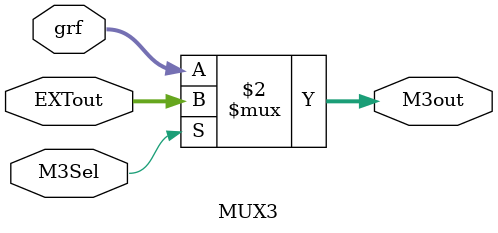
<source format=v>
`timescale 1ns / 1ps
module MUX3(
    input [31:0] grf,
    input [31:0] EXTout,
    input M3Sel,
    output [31:0] M3out
    );
	 
	 assign M3out = (M3Sel==0)? grf : EXTout;

endmodule

</source>
